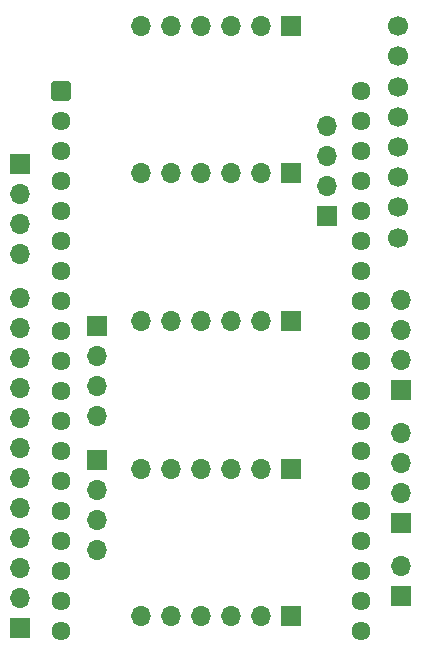
<source format=gbr>
%TF.GenerationSoftware,KiCad,Pcbnew,8.0.4-8.0.4-0~ubuntu24.04.1*%
%TF.CreationDate,2024-09-03T17:30:27+09:00*%
%TF.ProjectId,ESP32,45535033-322e-46b6-9963-61645f706362,rev?*%
%TF.SameCoordinates,Original*%
%TF.FileFunction,Soldermask,Top*%
%TF.FilePolarity,Negative*%
%FSLAX46Y46*%
G04 Gerber Fmt 4.6, Leading zero omitted, Abs format (unit mm)*
G04 Created by KiCad (PCBNEW 8.0.4-8.0.4-0~ubuntu24.04.1) date 2024-09-03 17:30:27*
%MOMM*%
%LPD*%
G01*
G04 APERTURE LIST*
G04 Aperture macros list*
%AMRoundRect*
0 Rectangle with rounded corners*
0 $1 Rounding radius*
0 $2 $3 $4 $5 $6 $7 $8 $9 X,Y pos of 4 corners*
0 Add a 4 corners polygon primitive as box body*
4,1,4,$2,$3,$4,$5,$6,$7,$8,$9,$2,$3,0*
0 Add four circle primitives for the rounded corners*
1,1,$1+$1,$2,$3*
1,1,$1+$1,$4,$5*
1,1,$1+$1,$6,$7*
1,1,$1+$1,$8,$9*
0 Add four rect primitives between the rounded corners*
20,1,$1+$1,$2,$3,$4,$5,0*
20,1,$1+$1,$4,$5,$6,$7,0*
20,1,$1+$1,$6,$7,$8,$9,0*
20,1,$1+$1,$8,$9,$2,$3,0*%
G04 Aperture macros list end*
%ADD10R,1.700000X1.700000*%
%ADD11O,1.700000X1.700000*%
%ADD12RoundRect,0.102000X-0.704000X-0.704000X0.704000X-0.704000X0.704000X0.704000X-0.704000X0.704000X0*%
%ADD13C,1.612000*%
%ADD14C,1.700000*%
G04 APERTURE END LIST*
D10*
%TO.C,J9*%
X166250000Y-124790000D03*
D11*
X166250000Y-122250000D03*
%TD*%
D10*
%TO.C,J8*%
X166250000Y-118620000D03*
D11*
X166250000Y-116080000D03*
X166250000Y-113540000D03*
X166250000Y-111000000D03*
%TD*%
D10*
%TO.C,J1*%
X156910000Y-76500000D03*
D11*
X154370000Y-76500000D03*
X151830000Y-76500000D03*
X149290000Y-76500000D03*
X146750000Y-76500000D03*
X144210000Y-76500000D03*
%TD*%
D10*
%TO.C,J15*%
X140500000Y-113250000D03*
D11*
X140500000Y-115790000D03*
X140500000Y-118330000D03*
X140500000Y-120870000D03*
%TD*%
D10*
%TO.C,J7*%
X134000000Y-127500000D03*
D11*
X134000000Y-124960000D03*
X134000000Y-122420000D03*
X134000000Y-119880000D03*
X134000000Y-117340000D03*
X134000000Y-114800000D03*
X134000000Y-112260000D03*
X134000000Y-109720000D03*
X134000000Y-107180000D03*
X134000000Y-104640000D03*
X134000000Y-102100000D03*
X134000000Y-99560000D03*
%TD*%
D10*
%TO.C,J5*%
X156910000Y-126500000D03*
D11*
X154370000Y-126500000D03*
X151830000Y-126500000D03*
X149290000Y-126500000D03*
X146750000Y-126500000D03*
X144210000Y-126500000D03*
%TD*%
D10*
%TO.C,J3*%
X156910000Y-101500000D03*
D11*
X154370000Y-101500000D03*
X151830000Y-101500000D03*
X149290000Y-101500000D03*
X146750000Y-101500000D03*
X144210000Y-101500000D03*
%TD*%
D10*
%TO.C,J13*%
X134000000Y-88200000D03*
D11*
X134000000Y-90740000D03*
X134000000Y-93280000D03*
X134000000Y-95820000D03*
%TD*%
D10*
%TO.C,J6*%
X166250000Y-107370000D03*
D11*
X166250000Y-104830000D03*
X166250000Y-102290000D03*
X166250000Y-99750000D03*
%TD*%
D10*
%TO.C,J4*%
X156910000Y-114000000D03*
D11*
X154370000Y-114000000D03*
X151830000Y-114000000D03*
X149290000Y-114000000D03*
X146750000Y-114000000D03*
X144210000Y-114000000D03*
%TD*%
D10*
%TO.C,J2*%
X156910000Y-89000000D03*
D11*
X154370000Y-89000000D03*
X151830000Y-89000000D03*
X149290000Y-89000000D03*
X146750000Y-89000000D03*
X144210000Y-89000000D03*
%TD*%
D10*
%TO.C,J16*%
X160000000Y-92580000D03*
D11*
X160000000Y-90040000D03*
X160000000Y-87500000D03*
X160000000Y-84960000D03*
%TD*%
D12*
%TO.C,U1*%
X137485000Y-82015000D03*
D13*
X137485000Y-84555000D03*
X137485000Y-87095000D03*
X137485000Y-89635000D03*
X137485000Y-92175000D03*
X137485000Y-94715000D03*
X137485000Y-97255000D03*
X137485000Y-99795000D03*
X137485000Y-102335000D03*
X137485000Y-104875000D03*
X137485000Y-107415000D03*
X137485000Y-109955000D03*
X137485000Y-112495000D03*
X137485000Y-115035000D03*
X137485000Y-117575000D03*
X137485000Y-120115000D03*
X137485000Y-122655000D03*
X137485000Y-125195000D03*
X137485000Y-127735000D03*
X162885000Y-82015000D03*
X162885000Y-84555000D03*
X162885000Y-87095000D03*
X162885000Y-89635000D03*
X162885000Y-92175000D03*
X162885000Y-94715000D03*
X162885000Y-97255000D03*
X162885000Y-99795000D03*
X162885000Y-102335000D03*
X162885000Y-104875000D03*
X162885000Y-107415000D03*
X162885000Y-109955000D03*
X162885000Y-112495000D03*
X162885000Y-115035000D03*
X162885000Y-117575000D03*
X162885000Y-120115000D03*
X162885000Y-122655000D03*
X162885000Y-125195000D03*
X162885000Y-127735000D03*
%TD*%
D10*
%TO.C,J14*%
X140500000Y-101950000D03*
D11*
X140500000Y-104490000D03*
X140500000Y-107030000D03*
X140500000Y-109570000D03*
%TD*%
D14*
%TO.C,U2*%
X166025000Y-94450000D03*
X166000000Y-91875000D03*
X166000000Y-89350000D03*
X165975000Y-86775000D03*
X166000000Y-84200000D03*
X166000000Y-81650000D03*
X166025000Y-79075000D03*
X166000000Y-76500000D03*
%TD*%
M02*

</source>
